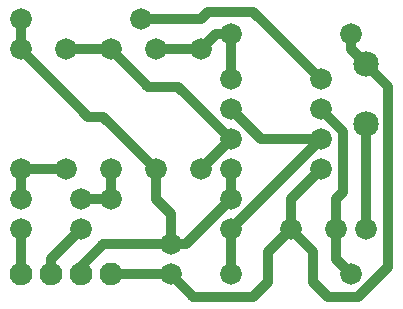
<source format=gbr>
G75*
%MOIN*%
%OFA0B0*%
%FSLAX25Y25*%
%IPPOS*%
%LPD*%
%AMOC8*
5,1,8,0,0,1.08239X$1,22.5*
%
%ADD10C,0.07200*%
%ADD11C,0.08500*%
%ADD12C,0.07600*%
%ADD13C,0.03200*%
D10*
X0013667Y0035080D03*
X0013667Y0045080D03*
X0013667Y0055080D03*
X0028667Y0055080D03*
X0033667Y0045080D03*
X0043667Y0045080D03*
X0043667Y0055080D03*
X0058667Y0055080D03*
X0073667Y0055080D03*
X0083667Y0055080D03*
X0083667Y0065080D03*
X0083667Y0075080D03*
X0083667Y0085080D03*
X0073667Y0095080D03*
X0083667Y0100080D03*
X0058667Y0095080D03*
X0053667Y0105080D03*
X0043667Y0095080D03*
X0028667Y0095080D03*
X0013667Y0095080D03*
X0013667Y0105080D03*
X0083667Y0045080D03*
X0083667Y0035080D03*
X0103667Y0035080D03*
X0118667Y0035080D03*
X0128667Y0035080D03*
X0123667Y0020080D03*
X0083667Y0020080D03*
X0063667Y0020080D03*
X0063667Y0030080D03*
X0033667Y0035080D03*
X0113667Y0055080D03*
X0113667Y0065080D03*
X0113667Y0075080D03*
X0113667Y0085080D03*
X0123667Y0100080D03*
D11*
X0128667Y0090080D03*
X0128667Y0070080D03*
D12*
X0013667Y0020080D03*
X0023667Y0020080D03*
X0033667Y0020080D03*
X0043667Y0020080D03*
D13*
X0063667Y0020080D01*
X0071167Y0012580D01*
X0091167Y0012580D01*
X0096167Y0017580D01*
X0096167Y0027580D01*
X0103667Y0035080D01*
X0111167Y0027580D01*
X0111167Y0017580D01*
X0116167Y0012580D01*
X0126167Y0012580D01*
X0136167Y0022580D01*
X0136167Y0082580D01*
X0128667Y0090080D01*
X0123667Y0095080D01*
X0123667Y0100080D01*
X0113667Y0085080D02*
X0091167Y0107580D01*
X0076167Y0107580D01*
X0073667Y0105080D01*
X0053667Y0105080D01*
X0058667Y0095080D02*
X0073667Y0095080D01*
X0078667Y0100080D01*
X0083667Y0100080D01*
X0083667Y0085080D01*
X0083667Y0075080D02*
X0093667Y0065080D01*
X0113667Y0065080D01*
X0083667Y0035080D01*
X0083667Y0020080D01*
X0068667Y0030080D02*
X0063667Y0030080D01*
X0041167Y0030080D01*
X0033667Y0022580D01*
X0033667Y0020080D01*
X0023667Y0020080D02*
X0023667Y0025080D01*
X0033667Y0035080D01*
X0033667Y0045080D02*
X0043667Y0045080D01*
X0043667Y0055080D01*
X0058667Y0055080D02*
X0058667Y0045080D01*
X0063667Y0040080D01*
X0063667Y0030080D01*
X0068667Y0030080D02*
X0083667Y0045080D01*
X0083667Y0055080D01*
X0073667Y0055080D02*
X0083667Y0065080D01*
X0066167Y0082580D01*
X0056167Y0082580D01*
X0043667Y0095080D01*
X0028667Y0095080D01*
X0013667Y0095080D02*
X0013667Y0105080D01*
X0013667Y0095080D02*
X0036167Y0072580D01*
X0041167Y0072580D01*
X0058667Y0055080D01*
X0028667Y0055080D02*
X0013667Y0055080D01*
X0013667Y0045080D01*
X0013667Y0035080D02*
X0013667Y0020080D01*
X0103667Y0035080D02*
X0103667Y0045080D01*
X0113667Y0055080D01*
X0121167Y0047580D02*
X0121167Y0067580D01*
X0113667Y0075080D01*
X0128667Y0070080D02*
X0128667Y0035080D01*
X0118667Y0035080D02*
X0118667Y0045080D01*
X0121167Y0047580D01*
X0118667Y0035080D02*
X0118667Y0025080D01*
X0123667Y0020080D01*
M02*

</source>
